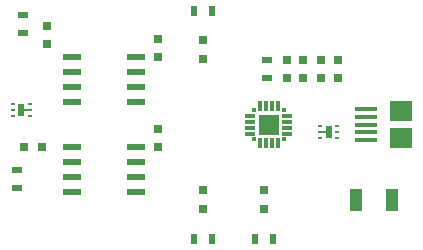
<source format=gbr>
G04 #@! TF.FileFunction,Paste,Top*
%FSLAX46Y46*%
G04 Gerber Fmt 4.6, Leading zero omitted, Abs format (unit mm)*
G04 Created by KiCad (PCBNEW 4.0.5+dfsg1-4~bpo8+1) date Mon Mar  5 20:33:18 2018*
%MOMM*%
%LPD*%
G01*
G04 APERTURE LIST*
%ADD10C,0.100000*%
%ADD11R,1.550000X0.600000*%
%ADD12R,0.900000X0.500000*%
%ADD13R,0.800000X0.750000*%
%ADD14R,0.750000X0.800000*%
%ADD15R,1.000000X1.900000*%
%ADD16R,0.500000X0.900000*%
%ADD17R,0.800000X0.800000*%
%ADD18R,1.950000X0.400000*%
%ADD19R,1.900000X1.800000*%
%ADD20R,0.350000X0.350000*%
%ADD21R,0.900000X0.300000*%
%ADD22R,0.300000X0.900000*%
%ADD23R,1.800000X1.800000*%
%ADD24R,0.450000X0.250000*%
%ADD25R,0.700000X0.250000*%
%ADD26R,0.500000X1.000000*%
G04 APERTURE END LIST*
D10*
D11*
X43655000Y-45085000D03*
X43655000Y-46355000D03*
X43655000Y-47625000D03*
X43655000Y-48895000D03*
X49055000Y-48895000D03*
X49055000Y-47625000D03*
X49055000Y-46355000D03*
X49055000Y-45085000D03*
X43655000Y-52705000D03*
X43655000Y-53975000D03*
X43655000Y-55245000D03*
X43655000Y-56515000D03*
X49055000Y-56515000D03*
X49055000Y-55245000D03*
X49055000Y-53975000D03*
X49055000Y-52705000D03*
D12*
X38989000Y-56122000D03*
X38989000Y-54622000D03*
D13*
X39624000Y-52705000D03*
X41124000Y-52705000D03*
D14*
X41529000Y-42430000D03*
X41529000Y-43930000D03*
D15*
X67715000Y-57150000D03*
X70715000Y-57150000D03*
D14*
X63246000Y-45351000D03*
X63246000Y-46851000D03*
X61849000Y-45351000D03*
X61849000Y-46851000D03*
X66167000Y-45351000D03*
X66167000Y-46851000D03*
X64770000Y-45351000D03*
X64770000Y-46851000D03*
X50927000Y-43573000D03*
X50927000Y-45073000D03*
X50927000Y-51193000D03*
X50927000Y-52693000D03*
D12*
X39497000Y-41541000D03*
X39497000Y-43041000D03*
D16*
X55487000Y-41148000D03*
X53987000Y-41148000D03*
X60694000Y-60452000D03*
X59194000Y-60452000D03*
X55487000Y-60452000D03*
X53987000Y-60452000D03*
D12*
X60198000Y-45351000D03*
X60198000Y-46851000D03*
D17*
X54737000Y-43650000D03*
X54737000Y-45250000D03*
X59944000Y-57950000D03*
X59944000Y-56350000D03*
X54737000Y-57950000D03*
X54737000Y-56350000D03*
D18*
X68580000Y-52100000D03*
X68580000Y-51450000D03*
X68580000Y-50800000D03*
X68580000Y-50150000D03*
X68580000Y-49500000D03*
D19*
X71555000Y-51950000D03*
X71555000Y-49650000D03*
D20*
X61575000Y-52050000D03*
D21*
X61875000Y-51550000D03*
X61875000Y-51050000D03*
X61875000Y-50550000D03*
X61875000Y-50050000D03*
D20*
X61575000Y-49550000D03*
D22*
X61075000Y-49250000D03*
X60575000Y-49250000D03*
X60075000Y-49250000D03*
X59575000Y-49250000D03*
D20*
X59075000Y-49550000D03*
D21*
X58775000Y-50050000D03*
X58775000Y-50550000D03*
X58775000Y-51050000D03*
X58775000Y-51550000D03*
D20*
X59075000Y-52050000D03*
D22*
X59575000Y-52350000D03*
X60075000Y-52350000D03*
X60575000Y-52350000D03*
X61075000Y-52350000D03*
D23*
X60325000Y-50800000D03*
D24*
X40095000Y-50030000D03*
D25*
X39970000Y-49530000D03*
D24*
X40095000Y-49030000D03*
X38645000Y-49030000D03*
X38645000Y-49530000D03*
X38645000Y-50030000D03*
D26*
X39370000Y-49530000D03*
D24*
X64680000Y-50935000D03*
D25*
X64805000Y-51435000D03*
D24*
X64680000Y-51935000D03*
X66130000Y-51935000D03*
X66130000Y-51435000D03*
X66130000Y-50935000D03*
D26*
X65405000Y-51435000D03*
M02*

</source>
